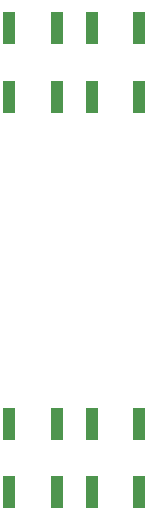
<source format=gbr>
G04 #@! TF.GenerationSoftware,KiCad,Pcbnew,9.0.2*
G04 #@! TF.CreationDate,2025-09-19T14:38:59-04:00*
G04 #@! TF.ProjectId,Trackball,54726163-6b62-4616-9c6c-2e6b69636164,rev?*
G04 #@! TF.SameCoordinates,Original*
G04 #@! TF.FileFunction,Paste,Top*
G04 #@! TF.FilePolarity,Positive*
%FSLAX46Y46*%
G04 Gerber Fmt 4.6, Leading zero omitted, Abs format (unit mm)*
G04 Created by KiCad (PCBNEW 9.0.2) date 2025-09-19 14:38:59*
%MOMM*%
%LPD*%
G01*
G04 APERTURE LIST*
%ADD10R,1.000000X2.800000*%
G04 APERTURE END LIST*
D10*
X152400000Y-88025000D03*
X152400000Y-82225000D03*
X156400000Y-88025000D03*
X156400000Y-82225000D03*
X149400000Y-115675000D03*
X149400000Y-121475000D03*
X145400000Y-115675000D03*
X145400000Y-121475000D03*
X149400000Y-82225000D03*
X149400000Y-88025000D03*
X145400000Y-82225000D03*
X145400000Y-88025000D03*
X152400000Y-121475000D03*
X152400000Y-115675000D03*
X156400000Y-121475000D03*
X156400000Y-115675000D03*
M02*

</source>
